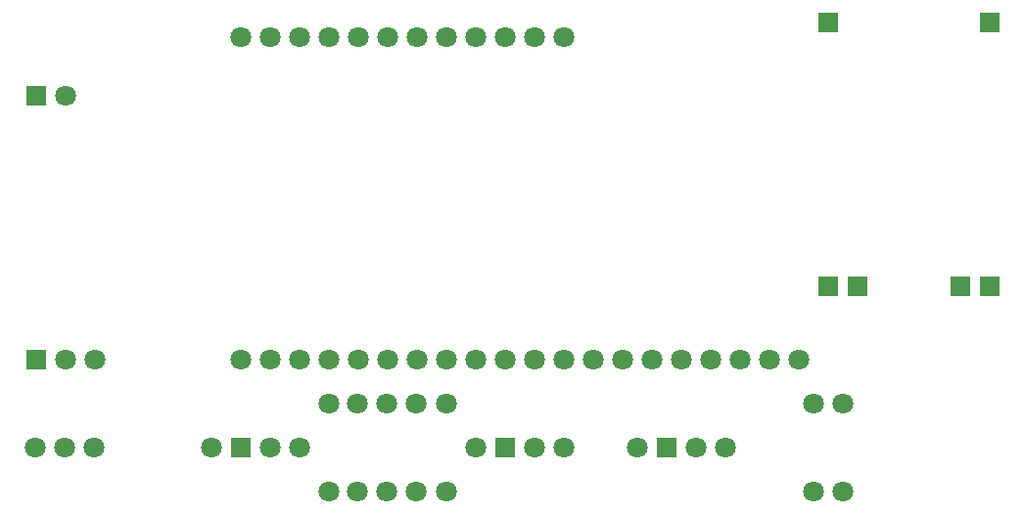
<source format=gbs>
%TF.GenerationSoftware,KiCad,Pcbnew,9.0.0*%
%TF.CreationDate,2025-03-07T17:30:46-08:00*%
%TF.ProjectId,tag,7461672e-6b69-4636-9164-5f7063625858,v0.1*%
%TF.SameCoordinates,Original*%
%TF.FileFunction,Soldermask,Bot*%
%TF.FilePolarity,Negative*%
%FSLAX46Y46*%
G04 Gerber Fmt 4.6, Leading zero omitted, Abs format (unit mm)*
G04 Created by KiCad (PCBNEW 9.0.0) date 2025-03-07 17:30:46*
%MOMM*%
%LPD*%
G01*
G04 APERTURE LIST*
%ADD10C,1.800000*%
%ADD11R,1.800000X1.800000*%
G04 APERTURE END LIST*
D10*
%TO.C,ESP32_UWB1*%
X125730000Y-109220000D03*
X128270000Y-109220000D03*
X130810000Y-109220000D03*
X133350000Y-109220000D03*
X135890000Y-109220000D03*
X138430000Y-109220000D03*
X140970000Y-109220000D03*
X143510000Y-109220000D03*
X146050000Y-109220000D03*
X148590000Y-109220000D03*
X151130000Y-109220000D03*
X153670000Y-109220000D03*
X156210000Y-109220000D03*
X158750000Y-109220000D03*
X161290000Y-109220000D03*
X163830000Y-109220000D03*
X166370000Y-109220000D03*
X168910000Y-109220000D03*
X171450000Y-109220000D03*
X173990000Y-109220000D03*
X125730000Y-81280000D03*
X128270000Y-81280000D03*
X130810000Y-81280000D03*
X133350000Y-81280000D03*
X135890000Y-81280000D03*
X138430000Y-81280000D03*
X140970000Y-81280000D03*
X143510000Y-81280000D03*
X146050000Y-81280000D03*
X148590000Y-81280000D03*
X151130000Y-81280000D03*
X153670000Y-81280000D03*
%TD*%
D11*
%TO.C,5V_DC_DC_Converter1*%
X108050000Y-109220000D03*
D10*
X110590000Y-109220000D03*
X113130000Y-109220000D03*
D11*
X108050000Y-86360000D03*
D10*
X110590000Y-86360000D03*
%TD*%
%TO.C,R1*%
X133350000Y-120650000D03*
X133350000Y-113030000D03*
%TD*%
%TO.C,RGB_LED_ROUND1*%
X123190000Y-116840000D03*
D11*
X125730000Y-116840000D03*
D10*
X128270000Y-116840000D03*
X130810000Y-116840000D03*
%TD*%
%TO.C,R5*%
X143510000Y-120650000D03*
X143510000Y-113030000D03*
%TD*%
%TO.C,R2*%
X135860000Y-120650000D03*
X135860000Y-113030000D03*
%TD*%
%TO.C,RGB_LED_ROUND3*%
X160020000Y-116840000D03*
D11*
X162560000Y-116840000D03*
D10*
X165100000Y-116840000D03*
X167640000Y-116840000D03*
%TD*%
%TO.C,R4*%
X140940000Y-120650000D03*
X140940000Y-113030000D03*
%TD*%
%TO.C,RGB_LED_ROUND2*%
X146050000Y-116840000D03*
D11*
X148590000Y-116840000D03*
D10*
X151130000Y-116840000D03*
X153670000Y-116840000D03*
%TD*%
%TO.C,R3*%
X138360000Y-120650000D03*
X138360000Y-113030000D03*
%TD*%
%TO.C,R7*%
X177800000Y-113030000D03*
X177800000Y-120650000D03*
%TD*%
%TO.C,ON_OFF_SWITCH1*%
X107950000Y-116840000D03*
X110490000Y-116840000D03*
X113030000Y-116840000D03*
%TD*%
%TO.C,R6*%
X175260000Y-120650000D03*
X175260000Y-113030000D03*
%TD*%
D11*
%TO.C,Battery_Charger1*%
X176530000Y-80010000D03*
X190500000Y-80010000D03*
X176530000Y-102870000D03*
X179070000Y-102870000D03*
X187960000Y-102870000D03*
X190500000Y-102870000D03*
%TD*%
M02*

</source>
